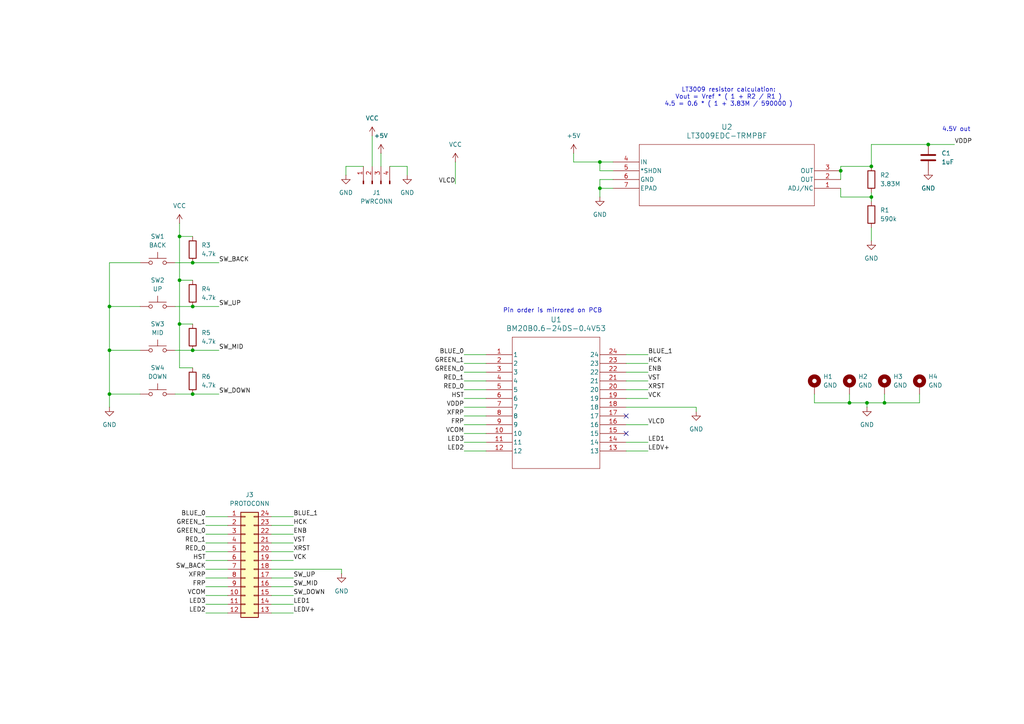
<source format=kicad_sch>
(kicad_sch (version 20231120) (generator "eeschema") (generator_version "8.0")
  (paper "A4")
  (lib_symbols
    (symbol "BM20B:BM20B0.6-24DS-0.4V53" (pin_names (offset 0.254))
      (property "Reference" "J" (at 20.32 10.16 0))
      (property "Value" "BM20B0.6-24DS-0.4V53" (at 20.32 7.62 0))
      (symbol "BM20B0.6-24DS-0.4V53_0_1"
        (polyline (pts (xy 7.62 -33.02) (xy 33.02 -33.02)) (stroke (width 0.127)))
        (polyline (pts (xy 7.62 5.08) (xy 7.62 -33.02)) (stroke (width 0.127)))
        (polyline (pts (xy 33.02 -33.02) (xy 33.02 5.08)) (stroke (width 0.127)))
        (polyline (pts (xy 33.02 5.08) (xy 7.62 5.08)) (stroke (width 0.127)))
        (pin unspecified line (at 0 0 0) (length 7.62) (name "1") (number "1"))
        (pin unspecified line (at 0 -22.86 0) (length 7.62) (name "10") (number "10"))
        (pin unspecified line (at 0 -25.4 0) (length 7.62) (name "11") (number "11"))
        (pin unspecified line (at 0 -27.94 0) (length 7.62) (name "12") (number "12"))
        (pin unspecified line (at 40.64 -27.94 180) (length 7.62) (name "13") (number "13"))
        (pin unspecified line (at 40.64 -25.4 180) (length 7.62) (name "14") (number "14"))
        (pin unspecified line (at 40.64 -22.86 180) (length 7.62) (name "15") (number "15"))
        (pin unspecified line (at 40.64 -20.32 180) (length 7.62) (name "16") (number "16"))
        (pin unspecified line (at 40.64 -17.78 180) (length 7.62) (name "17") (number "17"))
        (pin unspecified line (at 40.64 -15.24 180) (length 7.62) (name "18") (number "18"))
        (pin unspecified line (at 40.64 -12.7 180) (length 7.62) (name "19") (number "19"))
        (pin unspecified line (at 0 -2.54 0) (length 7.62) (name "2") (number "2"))
        (pin unspecified line (at 40.64 -10.16 180) (length 7.62) (name "20") (number "20"))
        (pin unspecified line (at 40.64 -7.62 180) (length 7.62) (name "21") (number "21"))
        (pin unspecified line (at 40.64 -5.08 180) (length 7.62) (name "22") (number "22"))
        (pin unspecified line (at 40.64 -2.54 180) (length 7.62) (name "23") (number "23"))
        (pin unspecified line (at 40.64 0 180) (length 7.62) (name "24") (number "24"))
        (pin unspecified line (at 0 -5.08 0) (length 7.62) (name "3") (number "3"))
        (pin unspecified line (at 0 -7.62 0) (length 7.62) (name "4") (number "4"))
        (pin unspecified line (at 0 -10.16 0) (length 7.62) (name "5") (number "5"))
        (pin unspecified line (at 0 -12.7 0) (length 7.62) (name "6") (number "6"))
        (pin unspecified line (at 0 -15.24 0) (length 7.62) (name "7") (number "7"))
        (pin unspecified line (at 0 -17.78 0) (length 7.62) (name "8") (number "8"))
        (pin unspecified line (at 0 -20.32 0) (length 7.62) (name "9") (number "9"))
      )
    )
    (symbol "Connector:Conn_01x04_Pin" (pin_names (offset 1.016) hide)
      (property "Reference" "J" (at 0 5.08 0))
      (property "Value" "Conn_01x04_Pin" (at 0 -7.62 0))
      (symbol "Conn_01x04_Pin_1_1"
        (polyline (pts (xy 1.27 -5.08) (xy 0.8636 -5.08)) (stroke (width 0.1524)))
        (polyline (pts (xy 1.27 -2.54) (xy 0.8636 -2.54)) (stroke (width 0.1524)))
        (polyline (pts (xy 1.27 0) (xy 0.8636 0)) (stroke (width 0.1524)))
        (polyline (pts (xy 1.27 2.54) (xy 0.8636 2.54)) (stroke (width 0.1524)))
        (rectangle (start 0.8636 -4.953) (end 0 -5.207) (stroke (width 0.1524)) (fill (type outline)))
        (rectangle (start 0.8636 -2.413) (end 0 -2.667) (stroke (width 0.1524)) (fill (type outline)))
        (rectangle (start 0.8636 0.127) (end 0 -0.127) (stroke (width 0.1524)) (fill (type outline)))
        (rectangle (start 0.8636 2.667) (end 0 2.413) (stroke (width 0.1524)) (fill (type outline)))
        (pin passive line (at 5.08 2.54 180) (length 3.81) (name "Pin_1") (number "1"))
        (pin passive line (at 5.08 0 180) (length 3.81) (name "Pin_2") (number "2"))
        (pin passive line (at 5.08 -2.54 180) (length 3.81) (name "Pin_3") (number "3"))
        (pin passive line (at 5.08 -5.08 180) (length 3.81) (name "Pin_4") (number "4"))
      )
    )
    (symbol "Connector_Generic:Conn_02x12_Counter_Clockwise" (pin_names (offset 1.016) hide)
      (property "Reference" "J" (at 1.27 15.24 0))
      (property "Value" "Conn_02x12_Counter_Clockwise" (at 1.27 -17.78 0))
      (symbol "Conn_02x12_Counter_Clockwise_1_1"
        (rectangle (start -1.27 -15.113) (end 0 -15.367) (stroke (width 0.1524)))
        (rectangle (start -1.27 -12.573) (end 0 -12.827) (stroke (width 0.1524)))
        (rectangle (start -1.27 -10.033) (end 0 -10.287) (stroke (width 0.1524)))
        (rectangle (start -1.27 -7.493) (end 0 -7.747) (stroke (width 0.1524)))
        (rectangle (start -1.27 -4.953) (end 0 -5.207) (stroke (width 0.1524)))
        (rectangle (start -1.27 -2.413) (end 0 -2.667) (stroke (width 0.1524)))
        (rectangle (start -1.27 0.127) (end 0 -0.127) (stroke (width 0.1524)))
        (rectangle (start -1.27 2.667) (end 0 2.413) (stroke (width 0.1524)))
        (rectangle (start -1.27 5.207) (end 0 4.953) (stroke (width 0.1524)))
        (rectangle (start -1.27 7.747) (end 0 7.493) (stroke (width 0.1524)))
        (rectangle (start -1.27 10.287) (end 0 10.033) (stroke (width 0.1524)))
        (rectangle (start -1.27 12.827) (end 0 12.573) (stroke (width 0.1524)))
        (rectangle (start -1.27 13.97) (end 3.81 -16.51) (stroke (width 0.254)) (fill (type background)))
        (rectangle (start 3.81 -15.113) (end 2.54 -15.367) (stroke (width 0.1524)))
        (rectangle (start 3.81 -12.573) (end 2.54 -12.827) (stroke (width 0.1524)))
        (rectangle (start 3.81 -10.033) (end 2.54 -10.287) (stroke (width 0.1524)))
        (rectangle (start 3.81 -7.493) (end 2.54 -7.747) (stroke (width 0.1524)))
        (rectangle (start 3.81 -4.953) (end 2.54 -5.207) (stroke (width 0.1524)))
        (rectangle (start 3.81 -2.413) (end 2.54 -2.667) (stroke (width 0.1524)))
        (rectangle (start 3.81 0.127) (end 2.54 -0.127) (stroke (width 0.1524)))
        (rectangle (start 3.81 2.667) (end 2.54 2.413) (stroke (width 0.1524)))
        (rectangle (start 3.81 5.207) (end 2.54 4.953) (stroke (width 0.1524)))
        (rectangle (start 3.81 7.747) (end 2.54 7.493) (stroke (width 0.1524)))
        (rectangle (start 3.81 10.287) (end 2.54 10.033) (stroke (width 0.1524)))
        (rectangle (start 3.81 12.827) (end 2.54 12.573) (stroke (width 0.1524)))
        (pin passive line (at -5.08 12.7 0) (length 3.81) (name "Pin_1") (number "1"))
        (pin passive line (at -5.08 -10.16 0) (length 3.81) (name "Pin_10") (number "10"))
        (pin passive line (at -5.08 -12.7 0) (length 3.81) (name "Pin_11") (number "11"))
        (pin passive line (at -5.08 -15.24 0) (length 3.81) (name "Pin_12") (number "12"))
        (pin passive line (at 7.62 -15.24 180) (length 3.81) (name "Pin_13") (number "13"))
        (pin passive line (at 7.62 -12.7 180) (length 3.81) (name "Pin_14") (number "14"))
        (pin passive line (at 7.62 -10.16 180) (length 3.81) (name "Pin_15") (number "15"))
        (pin passive line (at 7.62 -7.62 180) (length 3.81) (name "Pin_16") (number "16"))
        (pin passive line (at 7.62 -5.08 180) (length 3.81) (name "Pin_17") (number "17"))
        (pin passive line (at 7.62 -2.54 180) (length 3.81) (name "Pin_18") (number "18"))
        (pin passive line (at 7.62 0 180) (length 3.81) (name "Pin_19") (number "19"))
        (pin passive line (at -5.08 10.16 0) (length 3.81) (name "Pin_2") (number "2"))
        (pin passive line (at 7.62 2.54 180) (length 3.81) (name "Pin_20") (number "20"))
        (pin passive line (at 7.62 5.08 180) (length 3.81) (name "Pin_21") (number "21"))
        (pin passive line (at 7.62 7.62 180) (length 3.81) (name "Pin_22") (number "22"))
        (pin passive line (at 7.62 10.16 180) (length 3.81) (name "Pin_23") (number "23"))
        (pin passive line (at 7.62 12.7 180) (length 3.81) (name "Pin_24") (number "24"))
        (pin passive line (at -5.08 7.62 0) (length 3.81) (name "Pin_3") (number "3"))
        (pin passive line (at -5.08 5.08 0) (length 3.81) (name "Pin_4") (number "4"))
        (pin passive line (at -5.08 2.54 0) (length 3.81) (name "Pin_5") (number "5"))
        (pin passive line (at -5.08 0 0) (length 3.81) (name "Pin_6") (number "6"))
        (pin passive line (at -5.08 -2.54 0) (length 3.81) (name "Pin_7") (number "7"))
        (pin passive line (at -5.08 -5.08 0) (length 3.81) (name "Pin_8") (number "8"))
        (pin passive line (at -5.08 -7.62 0) (length 3.81) (name "Pin_9") (number "9"))
      )
    )
    (symbol "Device:C" (pin_numbers hide) (pin_names (offset 0.254))
      (property "Reference" "C" (at 0.635 2.54 0))
      (property "Value" "C" (at 0.635 -2.54 0))
      (symbol "C_0_1"
        (polyline (pts (xy -2.032 -0.762) (xy 2.032 -0.762)) (stroke (width 0.508)))
        (polyline (pts (xy -2.032 0.762) (xy 2.032 0.762)) (stroke (width 0.508)))
      )
      (symbol "C_1_1"
        (pin passive line (at 0 3.81 270) (length 2.794) (name "~") (number "1"))
        (pin passive line (at 0 -3.81 90) (length 2.794) (name "~") (number "2"))
      )
    )
    (symbol "Device:R" (pin_numbers hide) (pin_names (offset 0))
      (property "Reference" "R" (at 2.032 0 90))
      (property "Value" "R" (at 0 0 90))
      (symbol "R_0_1"
        (rectangle (start -1.016 -2.54) (end 1.016 2.54) (stroke (width 0.254)))
      )
      (symbol "R_1_1"
        (pin passive line (at 0 3.81 270) (length 1.27) (name "~") (number "1"))
        (pin passive line (at 0 -3.81 90) (length 1.27) (name "~") (number "2"))
      )
    )
    (symbol "LT3009:LT3009EDC-TRMPBF" (pin_names (offset 0.254))
      (property "Reference" "U" (at 33.02 10.16 0))
      (property "Value" "LT3009EDC-TRMPBF" (at 33.02 7.62 0))
      (symbol "LT3009EDC-TRMPBF_0_1"
        (polyline (pts (xy 7.62 -12.7) (xy 58.42 -12.7)) (stroke (width 0.127)))
        (polyline (pts (xy 7.62 5.08) (xy 7.62 -12.7)) (stroke (width 0.127)))
        (polyline (pts (xy 58.42 -12.7) (xy 58.42 5.08)) (stroke (width 0.127)))
        (polyline (pts (xy 58.42 5.08) (xy 7.62 5.08)) (stroke (width 0.127)))
        (pin input line (at 0 0 0) (length 7.62) (name "ADJ/NC") (number "1"))
        (pin output line (at 0 -2.54 0) (length 7.62) (name "OUT") (number "2"))
        (pin output line (at 0 -5.08 0) (length 7.62) (name "OUT") (number "3"))
        (pin input line (at 66.04 -7.62 180) (length 7.62) (name "IN") (number "4"))
        (pin output line (at 66.04 -5.08 180) (length 7.62) (name "*SHDN") (number "5"))
        (pin power_in line (at 66.04 -2.54 180) (length 7.62) (name "GND") (number "6"))
        (pin unspecified line (at 66.04 0 180) (length 7.62) (name "EPAD") (number "7"))
      )
    )
    (symbol "Mechanical:MountingHole_Pad" (pin_numbers hide) (pin_names (offset 1.016) hide) (exclude_from_sim yes) (in_bom no)
      (property "Reference" "H" (at 0 6.35 0))
      (property "Value" "MountingHole_Pad" (at 0 4.445 0))
      (symbol "MountingHole_Pad_0_1"
        (circle (center 0 1.27) (radius 1.27) (stroke (width 1.27)))
      )
      (symbol "MountingHole_Pad_1_1"
        (pin input line (at 0 -2.54 90) (length 2.54) (name "1") (number "1"))
      )
    )
    (symbol "Switch:SW_Push" (pin_numbers hide) (pin_names (offset 1.016) hide)
      (property "Reference" "SW" (at 1.27 2.54 0))
      (property "Value" "SW_Push" (at 0 -1.524 0))
      (symbol "SW_Push_0_1"
        (circle (center -2.032 0) (radius 0.508))
        (polyline (pts (xy 0 1.27) (xy 0 3.048)))
        (polyline (pts (xy 2.54 1.27) (xy -2.54 1.27)))
        (circle (center 2.032 0) (radius 0.508))
        (pin passive line (at -5.08 0 0) (length 2.54) (name "1") (number "1"))
        (pin passive line (at 5.08 0 180) (length 2.54) (name "2") (number "2"))
      )
    )
    (symbol "power:+5V" (power) (pin_numbers hide) (pin_names (offset 0) hide)
      (property "Value" "+5V" (at 0 3.556 0))
      (symbol "+5V_0_1"
        (polyline (pts (xy -0.762 1.27) (xy 0 2.54)))
        (polyline (pts (xy 0 0) (xy 0 2.54)))
        (polyline (pts (xy 0 2.54) (xy 0.762 1.27)))
      )
      (symbol "+5V_1_1"
        (pin power_in line (at 0 0 90) (length 0) (name "~") (number "1"))
      )
    )
    (symbol "power:GND" (power) (pin_numbers hide) (pin_names (offset 0) hide)
      (property "Value" "GND" (at 0 -3.81 0))
      (symbol "GND_0_1"
        (polyline (pts (xy 0 0) (xy 0 -1.27) (xy 1.27 -1.27) (xy 0 -2.54) (xy -1.27 -1.27) (xy 0 -1.27)))
      )
      (symbol "GND_1_1"
        (pin power_in line (at 0 0 270) (length 0) (name "~") (number "1"))
      )
    )
    (symbol "power:VCC" (power) (pin_numbers hide) (pin_names (offset 0) hide)
      (property "Value" "VCC" (at 0 3.556 0))
      (symbol "VCC_0_1"
        (polyline (pts (xy -0.762 1.27) (xy 0 2.54)))
        (polyline (pts (xy 0 0) (xy 0 2.54)))
        (polyline (pts (xy 0 2.54) (xy 0.762 1.27)))
      )
      (symbol "VCC_1_1"
        (pin power_in line (at 0 0 90) (length 0) (name "~") (number "1"))
      )
    )
  )
  (junction (at 31.75 88.9))
  (junction (at 31.75 114.3))
  (junction (at 252.73 48.26))
  (junction (at 173.99 54.61))
  (junction (at 52.07 68.58))
  (junction (at 55.88 88.9))
  (junction (at 55.88 114.3))
  (junction (at 269.24 41.91))
  (junction (at 243.84 49.53))
  (junction (at 31.75 101.6))
  (junction (at 252.73 57.15))
  (junction (at 251.46 116.84))
  (junction (at 52.07 93.98))
  (junction (at 55.88 101.6))
  (junction (at 55.88 76.2))
  (junction (at 173.99 46.99))
  (junction (at 52.07 81.28))
  (junction (at 256.54 116.84))
  (junction (at 246.38 116.84))
  (no_connect (at 181.61 120.65))
  (no_connect (at 181.61 125.73))
  (wire (pts (xy 243.84 49.53) (xy 243.84 52.07)))
  (wire (pts (xy 105.41 48.26) (xy 100.33 48.26)))
  (wire (pts (xy 107.95 39.37) (xy 107.95 48.26)))
  (wire (pts (xy 78.74 149.86) (xy 85.09 149.86)))
  (wire (pts (xy 118.11 48.26) (xy 113.03 48.26)))
  (wire (pts (xy 52.07 93.98) (xy 55.88 93.98)))
  (wire (pts (xy 31.75 101.6) (xy 40.64 101.6)))
  (wire (pts (xy 181.61 110.49) (xy 187.96 110.49)))
  (wire (pts (xy 134.62 130.81) (xy 140.97 130.81)))
  (wire (pts (xy 243.84 57.15) (xy 243.84 54.61)))
  (wire (pts (xy 251.46 116.84) (xy 251.46 118.11)))
  (wire (pts (xy 78.74 172.72) (xy 85.09 172.72)))
  (wire (pts (xy 31.75 114.3) (xy 31.75 118.11)))
  (wire (pts (xy 100.33 48.26) (xy 100.33 50.8)))
  (wire (pts (xy 173.99 54.61) (xy 173.99 57.15)))
  (wire (pts (xy 55.88 88.9) (xy 63.5 88.9)))
  (wire (pts (xy 252.73 41.91) (xy 269.24 41.91)))
  (wire (pts (xy 40.64 88.9) (xy 31.75 88.9)))
  (wire (pts (xy 252.73 55.88) (xy 252.73 57.15)))
  (wire (pts (xy 252.73 57.15) (xy 252.73 58.42)))
  (wire (pts (xy 181.61 115.57) (xy 187.96 115.57)))
  (wire (pts (xy 134.62 125.73) (xy 140.97 125.73)))
  (wire (pts (xy 134.62 105.41) (xy 140.97 105.41)))
  (wire (pts (xy 181.61 107.95) (xy 187.96 107.95)))
  (wire (pts (xy 252.73 57.15) (xy 243.84 57.15)))
  (wire (pts (xy 55.88 76.2) (xy 63.5 76.2)))
  (wire (pts (xy 59.69 162.56) (xy 66.04 162.56)))
  (wire (pts (xy 201.93 118.11) (xy 201.93 119.38)))
  (wire (pts (xy 40.64 76.2) (xy 31.75 76.2)))
  (wire (pts (xy 181.61 130.81) (xy 187.96 130.81)))
  (wire (pts (xy 173.99 52.07) (xy 173.99 54.61)))
  (wire (pts (xy 246.38 116.84) (xy 236.22 116.84)))
  (wire (pts (xy 181.61 113.03) (xy 187.96 113.03)))
  (wire (pts (xy 78.74 157.48) (xy 85.09 157.48)))
  (wire (pts (xy 55.88 106.68) (xy 52.07 106.68)))
  (wire (pts (xy 134.62 113.03) (xy 140.97 113.03)))
  (wire (pts (xy 181.61 105.41) (xy 187.96 105.41)))
  (wire (pts (xy 173.99 46.99) (xy 177.8 46.99)))
  (wire (pts (xy 59.69 165.1) (xy 66.04 165.1)))
  (wire (pts (xy 78.74 167.64) (xy 85.09 167.64)))
  (wire (pts (xy 134.62 118.11) (xy 140.97 118.11)))
  (wire (pts (xy 59.69 170.18) (xy 66.04 170.18)))
  (wire (pts (xy 50.8 88.9) (xy 55.88 88.9)))
  (wire (pts (xy 269.24 41.91) (xy 276.86 41.91)))
  (wire (pts (xy 52.07 68.58) (xy 52.07 64.77)))
  (wire (pts (xy 243.84 48.26) (xy 252.73 48.26)))
  (wire (pts (xy 132.08 46.99) (xy 132.08 53.34)))
  (wire (pts (xy 134.62 123.19) (xy 140.97 123.19)))
  (wire (pts (xy 118.11 50.8) (xy 118.11 48.26)))
  (wire (pts (xy 252.73 66.04) (xy 252.73 69.85)))
  (wire (pts (xy 50.8 76.2) (xy 55.88 76.2)))
  (wire (pts (xy 134.62 115.57) (xy 140.97 115.57)))
  (wire (pts (xy 50.8 101.6) (xy 55.88 101.6)))
  (wire (pts (xy 173.99 49.53) (xy 173.99 46.99)))
  (wire (pts (xy 59.69 160.02) (xy 66.04 160.02)))
  (wire (pts (xy 31.75 88.9) (xy 31.75 101.6)))
  (wire (pts (xy 266.7 114.3) (xy 266.7 116.84)))
  (wire (pts (xy 59.69 157.48) (xy 66.04 157.48)))
  (wire (pts (xy 256.54 114.3) (xy 256.54 116.84)))
  (wire (pts (xy 166.37 44.45) (xy 166.37 46.99)))
  (wire (pts (xy 181.61 102.87) (xy 187.96 102.87)))
  (wire (pts (xy 52.07 106.68) (xy 52.07 93.98)))
  (wire (pts (xy 251.46 116.84) (xy 246.38 116.84)))
  (wire (pts (xy 78.74 170.18) (xy 85.09 170.18)))
  (wire (pts (xy 50.8 114.3) (xy 55.88 114.3)))
  (wire (pts (xy 78.74 152.4) (xy 85.09 152.4)))
  (wire (pts (xy 177.8 54.61) (xy 173.99 54.61)))
  (wire (pts (xy 55.88 114.3) (xy 63.5 114.3)))
  (wire (pts (xy 52.07 68.58) (xy 55.88 68.58)))
  (wire (pts (xy 59.69 149.86) (xy 66.04 149.86)))
  (wire (pts (xy 181.61 123.19) (xy 187.96 123.19)))
  (wire (pts (xy 181.61 118.11) (xy 201.93 118.11)))
  (wire (pts (xy 110.49 44.45) (xy 110.49 48.26)))
  (wire (pts (xy 177.8 52.07) (xy 173.99 52.07)))
  (wire (pts (xy 243.84 49.53) (xy 243.84 48.26)))
  (wire (pts (xy 59.69 175.26) (xy 66.04 175.26)))
  (wire (pts (xy 55.88 101.6) (xy 63.5 101.6)))
  (wire (pts (xy 134.62 102.87) (xy 140.97 102.87)))
  (wire (pts (xy 78.74 162.56) (xy 85.09 162.56)))
  (wire (pts (xy 177.8 49.53) (xy 173.99 49.53)))
  (wire (pts (xy 59.69 154.94) (xy 66.04 154.94)))
  (wire (pts (xy 166.37 46.99) (xy 173.99 46.99)))
  (wire (pts (xy 236.22 116.84) (xy 236.22 114.3)))
  (wire (pts (xy 78.74 175.26) (xy 85.09 175.26)))
  (wire (pts (xy 266.7 116.84) (xy 256.54 116.84)))
  (wire (pts (xy 52.07 81.28) (xy 55.88 81.28)))
  (wire (pts (xy 59.69 172.72) (xy 66.04 172.72)))
  (wire (pts (xy 181.61 128.27) (xy 187.96 128.27)))
  (wire (pts (xy 59.69 177.8) (xy 66.04 177.8)))
  (wire (pts (xy 31.75 101.6) (xy 31.75 114.3)))
  (wire (pts (xy 59.69 152.4) (xy 66.04 152.4)))
  (wire (pts (xy 78.74 165.1) (xy 99.06 165.1)))
  (wire (pts (xy 134.62 107.95) (xy 140.97 107.95)))
  (wire (pts (xy 134.62 120.65) (xy 140.97 120.65)))
  (wire (pts (xy 134.62 110.49) (xy 140.97 110.49)))
  (wire (pts (xy 31.75 114.3) (xy 40.64 114.3)))
  (wire (pts (xy 59.69 167.64) (xy 66.04 167.64)))
  (wire (pts (xy 246.38 114.3) (xy 246.38 116.84)))
  (wire (pts (xy 134.62 128.27) (xy 140.97 128.27)))
  (wire (pts (xy 31.75 76.2) (xy 31.75 88.9)))
  (wire (pts (xy 256.54 116.84) (xy 251.46 116.84)))
  (wire (pts (xy 52.07 93.98) (xy 52.07 81.28)))
  (wire (pts (xy 252.73 41.91) (xy 252.73 48.26)))
  (wire (pts (xy 78.74 154.94) (xy 85.09 154.94)))
  (wire (pts (xy 78.74 177.8) (xy 85.09 177.8)))
  (wire (pts (xy 52.07 81.28) (xy 52.07 68.58)))
  (wire (pts (xy 99.06 165.1) (xy 99.06 166.37)))
  (wire (pts (xy 78.74 160.02) (xy 85.09 160.02)))
  (text "Pin order is mirrored on PCB" (at 160.274 90.17 0) (effects (font (size 1.27 1.27))))
  (text "LT3009 resistor calculation:\nVout = Vref * ( 1 + R2 / R1 )\n4.5 = 0.6 * ( 1 + 3.83M / 590000 )" (at 211.328 28.194 0) (effects (font (size 1.27 1.27))))
  (text "4.5V out" (at 277.368 37.592 0) (effects (font (size 1.27 1.27))))
  (label "VCOM" (at 59.69 172.72 180))
  (label "VCOM" (at 134.62 125.73 180))
  (label "VDDP" (at 276.86 41.91 0))
  (label "LED2" (at 134.62 130.81 180))
  (label "GREEN_0" (at 134.62 107.95 180))
  (label "SW_MID" (at 63.5 101.6 0))
  (label "HCK" (at 187.96 105.41 0))
  (label "XFRP" (at 134.62 120.65 180))
  (label "GREEN_1" (at 134.62 105.41 180))
  (label "BLUE_1" (at 187.96 102.87 0))
  (label "SW_MID" (at 85.09 170.18 0))
  (label "BLUE_1" (at 85.09 149.86 0))
  (label "RED_1" (at 59.69 157.48 180))
  (label "LEDV+" (at 85.09 177.8 0))
  (label "BLUE_0" (at 59.69 149.86 180))
  (label "FRP" (at 59.69 170.18 180))
  (label "VLCD" (at 187.96 123.19 0))
  (label "VST" (at 187.96 110.49 0))
  (label "RED_0" (at 134.62 113.03 180))
  (label "SW_BACK" (at 63.5 76.2 0))
  (label "SW_DOWN" (at 85.09 172.72 0))
  (label "FRP" (at 134.62 123.19 180))
  (label "LED1" (at 85.09 175.26 0))
  (label "XFRP" (at 59.69 167.64 180))
  (label "SW_UP" (at 63.5 88.9 0))
  (label "SW_BACK" (at 59.69 165.1 180))
  (label "HCK" (at 85.09 152.4 0))
  (label "LED3" (at 134.62 128.27 180))
  (label "RED_0" (at 59.69 160.02 180))
  (label "HST" (at 134.62 115.57 180))
  (label "VDDP" (at 134.62 118.11 180))
  (label "XRST" (at 85.09 160.02 0))
  (label "LEDV+" (at 187.96 130.81 0))
  (label "VCK" (at 187.96 115.57 0))
  (label "SW_DOWN" (at 63.5 114.3 0))
  (label "HST" (at 59.69 162.56 180))
  (label "LED3" (at 59.69 175.26 180))
  (label "ENB" (at 187.96 107.95 0))
  (label "BLUE_0" (at 134.62 102.87 180))
  (label "LED1" (at 187.96 128.27 0))
  (label "VCK" (at 85.09 162.56 0))
  (label "VLCD" (at 132.08 53.34 180))
  (label "LED2" (at 59.69 177.8 180))
  (label "ENB" (at 85.09 154.94 0))
  (label "VST" (at 85.09 157.48 0))
  (label "GREEN_1" (at 59.69 152.4 180))
  (label "SW_UP" (at 85.09 167.64 0))
  (label "GREEN_0" (at 59.69 154.94 180))
  (label "XRST" (at 187.96 113.03 0))
  (label "RED_1" (at 134.62 110.49 180))
  (symbol (lib_id "Device:R") (at 252.73 52.07 0) (unit 1)
    (property "Reference" "R2" (at 255.27 50.7999 0) (effects (justify left)))
    (property "Value" "3.83M" (at 255.27 53.3399 0) (effects (justify left)))
    (property "Footprint" "Resistor_SMD:R_0603_1608Metric" (effects (hide yes)))
    (property "Description" "Resistor" (effects (hide yes)))
    (property "LCSC" "C482841" (effects (hide yes)))
  )
  (symbol (lib_id "Switch:SW_Push") (at 45.72 101.6 0) (unit 1)
    (property "Reference" "SW3" (at 45.72 93.98 0))
    (property "Value" "MID" (at 45.72 96.52 0))
    (property "Footprint" "Button_Switch_SMD:SW_SPST_SKQG_WithStem" (effects (hide yes)))
    (property "Description" "Push button switch, generic, two pins" (effects (hide yes)))
  )
  (symbol (lib_id "Connector_Generic:Conn_02x12_Counter_Clockwise") (at 71.12 162.56 0) (unit 1)
    (property "Reference" "J3" (at 72.39 143.51 0))
    (property "Value" "PROTOCONN" (at 72.39 146.05 0))
    (property "Footprint" "Connector_PinHeader_2.54mm:PinHeader_2x12_P2.54mm_Vertical" (effects (hide yes)))
    (property "Description" "Generic connector, double row, 02x12, counter clockwise pin numbering scheme (similar to DIP package numbering), script generated (kicad-library-utils/schlib/autogen/connector/)" (effects (hide yes)))
  )
  (symbol (lib_id "power:VCC") (at 132.08 46.99 0) (unit 1)
    (property "Reference" "#PWR02" (effects (hide yes)))
    (property "Value" "VCC" (at 132.08 41.91 0))
    (property "Description" "Power symbol creates a global label with name \"VCC\"" (effects (hide yes)))
  )
  (symbol (lib_id "LT3009:LT3009EDC-TRMPBF") (at 243.84 54.61 180) (unit 1)
    (property "Reference" "U2" (at 210.82 36.83 0) (effects (font (size 1.524 1.524))))
    (property "Value" "LT3009EDC-TRMPBF" (at 210.82 39.37 0) (effects (font (size 1.524 1.524))))
    (property "Footprint" "LT3009:DFN-6_DC_LIT" (effects (hide yes)))
    (property "Datasheet" "LT3009EDC-TRMPBF" (effects (hide yes)))
    (property "LCSC" "C666166" (effects (hide yes)))
  )
  (symbol (lib_id "power:VCC") (at 52.07 64.77 0) (unit 1)
    (property "Reference" "#PWR012" (effects (hide yes)))
    (property "Value" "VCC" (at 52.07 59.69 0))
    (property "Description" "Power symbol creates a global label with name \"VCC\"" (effects (hide yes)))
  )
  (symbol (lib_id "Device:R") (at 55.88 72.39 0) (unit 1)
    (property "Reference" "R3" (at 58.42 71.1199 0) (effects (justify left)))
    (property "Value" "4.7k" (at 58.42 73.6599 0) (effects (justify left)))
    (property "Footprint" "Resistor_SMD:R_0603_1608Metric" (effects (hide yes)))
    (property "Description" "Resistor" (effects (hide yes)))
    (property "LCSC" "C23162" (effects (hide yes)))
  )
  (symbol (lib_id "Device:C") (at 269.24 45.72 0) (unit 1)
    (property "Reference" "C1" (at 273.05 44.4499 0) (effects (justify left)))
    (property "Value" "1uF" (at 273.05 46.9899 0) (effects (justify left)))
    (property "Footprint" "Capacitor_SMD:C_0603_1608Metric" (effects (hide yes)))
    (property "Description" "Unpolarized capacitor" (effects (hide yes)))
    (property "LCSC" "C15849" (effects (hide yes)))
  )
  (symbol (lib_id "Device:R") (at 55.88 97.79 0) (unit 1)
    (property "Reference" "R5" (at 58.42 96.5199 0) (effects (justify left)))
    (property "Value" "4.7k" (at 58.42 99.0599 0) (effects (justify left)))
    (property "Footprint" "Resistor_SMD:R_0603_1608Metric" (effects (hide yes)))
    (property "Description" "Resistor" (effects (hide yes)))
    (property "LCSC" "C23162" (effects (hide yes)))
  )
  (symbol (lib_id "power:GND") (at 31.75 118.11 0) (unit 1)
    (property "Reference" "#PWR011" (effects (hide yes)))
    (property "Value" "GND" (at 31.75 123.19 0))
    (property "Description" "Power symbol creates a global label with name \"GND\" , ground" (effects (hide yes)))
  )
  (symbol (lib_id "Device:R") (at 252.73 62.23 0) (unit 1)
    (property "Reference" "R1" (at 255.27 60.9599 0) (effects (justify left)))
    (property "Value" "590k" (at 255.27 63.4999 0) (effects (justify left)))
    (property "Footprint" "Resistor_SMD:R_0603_1608Metric" (effects (hide yes)))
    (property "Description" "Resistor" (effects (hide yes)))
    (property "LCSC" "C5126105" (effects (hide yes)))
  )
  (symbol (lib_id "power:+5V") (at 166.37 44.45 0) (unit 1)
    (property "Reference" "#PWR07" (effects (hide yes)))
    (property "Value" "+5V" (at 166.37 39.37 0))
    (property "Description" "Power symbol creates a global label with name \"+5V\"" (effects (hide yes)))
  )
  (symbol (lib_id "Device:R") (at 55.88 110.49 0) (unit 1)
    (property "Reference" "R6" (at 58.42 109.2199 0) (effects (justify left)))
    (property "Value" "4.7k" (at 58.42 111.7599 0) (effects (justify left)))
    (property "Footprint" "Resistor_SMD:R_0603_1608Metric" (effects (hide yes)))
    (property "Description" "Resistor" (effects (hide yes)))
    (property "LCSC" "C23162" (effects (hide yes)))
  )
  (symbol (lib_id "power:VCC") (at 107.95 39.37 0) (unit 1)
    (property "Reference" "#PWR03" (effects (hide yes)))
    (property "Value" "VCC" (at 107.95 34.29 0))
    (property "Description" "Power symbol creates a global label with name \"VCC\"" (effects (hide yes)))
  )
  (symbol (lib_id "power:GND") (at 99.06 166.37 0) (unit 1)
    (property "Reference" "#PWR013" (effects (hide yes)))
    (property "Value" "GND" (at 99.06 171.45 0))
    (property "Description" "Power symbol creates a global label with name \"GND\" , ground" (effects (hide yes)))
  )
  (symbol (lib_id "BM20B:BM20B0.6-24DS-0.4V53") (at 140.97 102.87 0) (unit 1)
    (property "Reference" "U1" (at 161.29 92.71 0) (effects (font (size 1.524 1.524))))
    (property "Value" "BM20B0.6-24DS-0.4V53" (at 161.29 95.25 0) (effects (font (size 1.524 1.524))))
    (property "Footprint" "BM20B0.6-24DS-0.4V53_HIR" (effects (hide yes)))
    (property "Datasheet" "BM20B0.6-24DS-0.4V53" (effects (hide yes)))
  )
  (symbol (lib_id "Mechanical:MountingHole_Pad") (at 266.7 111.76 0) (unit 1) (exclude_from_sim yes) (in_bom no)
    (property "Reference" "H4" (at 269.24 109.2199 0) (effects (justify left)))
    (property "Value" "GND" (at 269.24 111.7599 0) (effects (justify left)))
    (property "Footprint" "MountingHole:MountingHole_3.5mm_Pad" (effects (hide yes)))
    (property "Description" "Mounting Hole with connection" (effects (hide yes)))
  )
  (symbol (lib_id "power:GND") (at 100.33 50.8 0) (unit 1)
    (property "Reference" "#PWR06" (effects (hide yes)))
    (property "Value" "GND" (at 100.33 55.88 0))
    (property "Description" "Power symbol creates a global label with name \"GND\" , ground" (effects (hide yes)))
  )
  (symbol (lib_id "power:GND") (at 201.93 119.38 0) (unit 1)
    (property "Reference" "#PWR01" (effects (hide yes)))
    (property "Value" "GND" (at 201.93 124.46 0))
    (property "Description" "Power symbol creates a global label with name \"GND\" , ground" (effects (hide yes)))
  )
  (symbol (lib_id "Mechanical:MountingHole_Pad") (at 246.38 111.76 0) (unit 1) (exclude_from_sim yes) (in_bom no)
    (property "Reference" "H2" (at 248.92 109.2199 0) (effects (justify left)))
    (property "Value" "GND" (at 248.92 111.7599 0) (effects (justify left)))
    (property "Footprint" "MountingHole:MountingHole_3.5mm_Pad" (effects (hide yes)))
    (property "Description" "Mounting Hole with connection" (effects (hide yes)))
  )
  (symbol (lib_id "Switch:SW_Push") (at 45.72 76.2 0) (unit 1)
    (property "Reference" "SW1" (at 45.72 68.58 0))
    (property "Value" "BACK" (at 45.72 71.12 0))
    (property "Footprint" "Button_Switch_SMD:SW_SPST_SKQG_WithStem" (effects (hide yes)))
    (property "Description" "Push button switch, generic, two pins" (effects (hide yes)))
  )
  (symbol (lib_id "Switch:SW_Push") (at 45.72 114.3 0) (unit 1)
    (property "Reference" "SW4" (at 45.72 106.68 0))
    (property "Value" "DOWN" (at 45.72 109.22 0))
    (property "Footprint" "Button_Switch_SMD:SW_SPST_SKQG_WithStem" (effects (hide yes)))
    (property "Description" "Push button switch, generic, two pins" (effects (hide yes)))
  )
  (symbol (lib_id "power:GND") (at 251.46 118.11 0) (unit 1)
    (property "Reference" "#PWR014" (effects (hide yes)))
    (property "Value" "GND" (at 251.46 123.19 0))
    (property "Description" "Power symbol creates a global label with name \"GND\" , ground" (effects (hide yes)))
  )
  (symbol (lib_id "Mechanical:MountingHole_Pad") (at 236.22 111.76 0) (unit 1) (exclude_from_sim yes) (in_bom no)
    (property "Reference" "H1" (at 238.76 109.2199 0) (effects (justify left)))
    (property "Value" "GND" (at 238.76 111.7599 0) (effects (justify left)))
    (property "Footprint" "MountingHole:MountingHole_3.5mm_Pad" (effects (hide yes)))
    (property "Description" "Mounting Hole with connection" (effects (hide yes)))
  )
  (symbol (lib_id "Mechanical:MountingHole_Pad") (at 256.54 111.76 0) (unit 1) (exclude_from_sim yes) (in_bom no)
    (property "Reference" "H3" (at 259.08 109.2199 0) (effects (justify left)))
    (property "Value" "GND" (at 259.08 111.7599 0) (effects (justify left)))
    (property "Footprint" "MountingHole:MountingHole_3.5mm_Pad" (effects (hide yes)))
    (property "Description" "Mounting Hole with connection" (effects (hide yes)))
  )
  (symbol (lib_id "power:GND") (at 269.24 49.53 0) (unit 1)
    (property "Reference" "#PWR010" (effects (hide yes)))
    (property "Value" "GND" (at 269.24 54.61 0))
    (property "Description" "Power symbol creates a global label with name \"GND\" , ground" (effects (hide yes)))
  )
  (symbol (lib_id "power:GND") (at 118.11 50.8 0) (unit 1)
    (property "Reference" "#PWR05" (effects (hide yes)))
    (property "Value" "GND" (at 118.11 55.88 0))
    (property "Description" "Power symbol creates a global label with name \"GND\" , ground" (effects (hide yes)))
  )
  (symbol (lib_id "power:GND") (at 173.99 57.15 0) (unit 1)
    (property "Reference" "#PWR08" (effects (hide yes)))
    (property "Value" "GND" (at 173.99 62.23 0))
    (property "Description" "Power symbol creates a global label with name \"GND\" , ground" (effects (hide yes)))
  )
  (symbol (lib_id "power:GND") (at 252.73 69.85 0) (unit 1)
    (property "Reference" "#PWR09" (effects (hide yes)))
    (property "Value" "GND" (at 252.73 74.93 0))
    (property "Description" "Power symbol creates a global label with name \"GND\" , ground" (effects (hide yes)))
  )
  (symbol (lib_id "power:+5V") (at 110.49 44.45 0) (unit 1)
    (property "Reference" "#PWR04" (effects (hide yes)))
    (property "Value" "+5V" (at 110.49 39.37 0))
    (property "Description" "Power symbol creates a global label with name \"+5V\"" (effects (hide yes)))
  )
  (symbol (lib_id "Device:R") (at 55.88 85.09 0) (unit 1)
    (property "Reference" "R4" (at 58.42 83.8199 0) (effects (justify left)))
    (property "Value" "4.7k" (at 58.42 86.3599 0) (effects (justify left)))
    (property "Footprint" "Resistor_SMD:R_0603_1608Metric" (effects (hide yes)))
    (property "Description" "Resistor" (effects (hide yes)))
    (property "LCSC" "C23162" (effects (hide yes)))
  )
  (symbol (lib_id "Switch:SW_Push") (at 45.72 88.9 0) (unit 1)
    (property "Reference" "SW2" (at 45.72 81.28 0))
    (property "Value" "UP" (at 45.72 83.82 0))
    (property "Footprint" "Button_Switch_SMD:SW_SPST_SKQG_WithStem" (effects (hide yes)))
    (property "Description" "Push button switch, generic, two pins" (effects (hide yes)))
  )
  (symbol (lib_id "Connector:Conn_01x04_Pin") (at 107.95 53.34 90) (unit 1)
    (property "Reference" "J1" (at 109.22 55.88 90))
    (property "Value" "PWRCONN" (at 109.22 58.42 90))
    (property "Footprint" "Connector_PinHeader_2.54mm:PinHeader_1x04_P2.54mm_Vertical" (effects (hide yes)))
    (property "Description" "Generic connector, single row, 01x04, script generated" (effects (hide yes)))
  )
)
</source>
